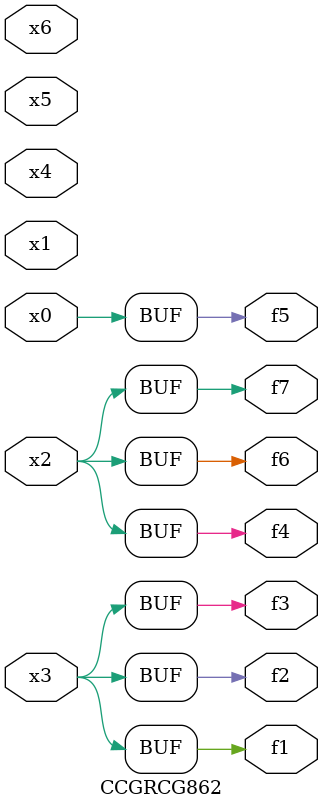
<source format=v>
module CCGRCG862(
	input x0, x1, x2, x3, x4, x5, x6,
	output f1, f2, f3, f4, f5, f6, f7
);
	assign f1 = x3;
	assign f2 = x3;
	assign f3 = x3;
	assign f4 = x2;
	assign f5 = x0;
	assign f6 = x2;
	assign f7 = x2;
endmodule

</source>
